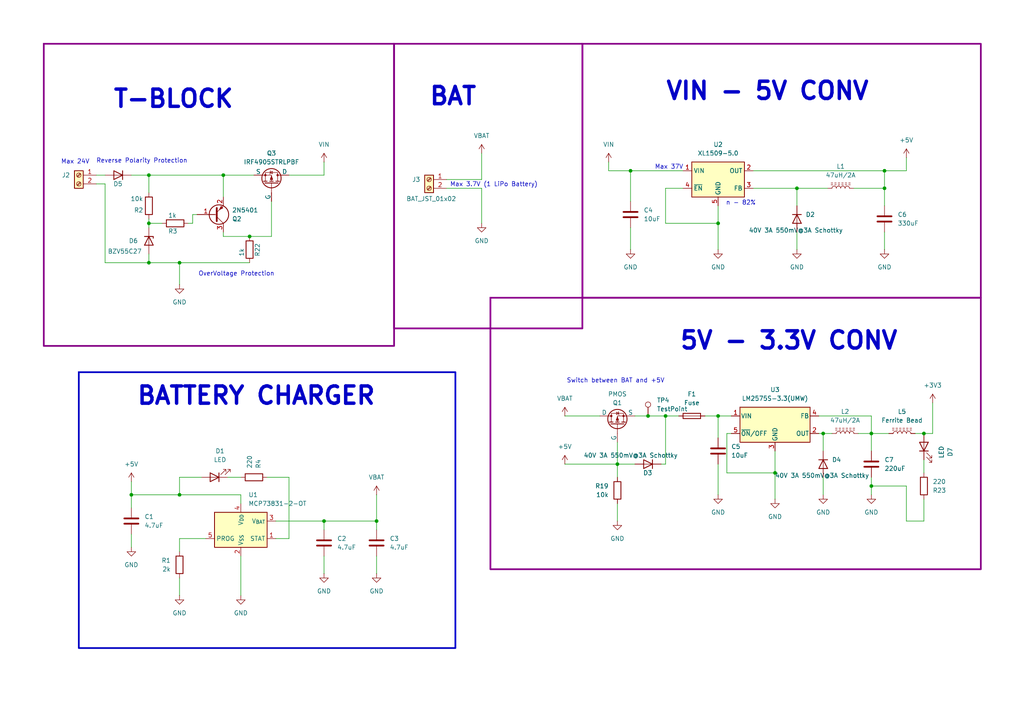
<source format=kicad_sch>
(kicad_sch (version 20231120) (generator "eeschema") (generator_version "8.0")
  (paper "A4")
  (title_block (title "S0 Base Board") (date "2025-02-26") (rev "v0.1.0") (company "Abstract Machines") (comment 1 "Deigned By: Rodney Osodo") (comment 2 "Approved By: Jones Kisaka"))
  (lib_symbols
    (symbol "Battery_Management:MCP73831-2-OT"
      (property "Reference" "U" (at -7.62 6.35 0))
      (property "Value" "MCP73831-2-OT" (at 1.27 6.35 0))
      (symbol "MCP73831-2-OT_0_1"
        (rectangle (start -7.62 5.08) (end 7.62 -5.08) (stroke (width 0.254)) (fill (type background)))
      )
      (symbol "MCP73831-2-OT_1_1"
        (pin tri_state line (at 10.16 -2.54 180) (length 2.54) (name "STAT") (number "1"))
        (pin power_in line (at 0 -7.62 90) (length 2.54) (name "V_{SS}") (number "2"))
        (pin power_out line (at 10.16 2.54 180) (length 2.54) (name "V_{BAT}") (number "3"))
        (pin power_in line (at 0 7.62 270) (length 2.54) (name "V_{DD}") (number "4"))
        (pin input line (at -10.16 -2.54 0) (length 2.54) (name "PROG") (number "5"))
      )
    )
    (symbol "BeagleBone Capes:2N5401" (pin_names (offset 1.016) hide)
      (property "Reference" "Q" (at 5.08 1.905 0))
      (property "Value" "2N5401" (at 5.08 0 0))
      (symbol "2N5401_0_1"
        (polyline (pts (xy 0 0) (xy 0.635 0)))
        (polyline (pts (xy 2.54 -2.54) (xy 0.635 -0.635)))
        (polyline (pts (xy 2.54 2.54) (xy 0.635 0.635)))
        (polyline (pts (xy 0.635 1.905) (xy 0.635 -1.905) (xy 0.635 -1.905)) (stroke (width 0.508)) (fill (type outline)))
        (polyline (pts (xy 1.905 -2.413) (xy 2.413 -1.905) (xy 1.397 -1.397) (xy 1.905 -2.413) (xy 1.905 -2.413)) (fill (type outline)))
        (circle (center 1.27 0) (radius 2.8194) (stroke (width 0.254)))
      )
      (symbol "2N5401_1_1"
        (pin input line (at -5.08 0 0) (length 5.08) (name "B") (number "1"))
        (pin passive line (at 2.54 -5.08 90) (length 2.54) (name "E") (number "2"))
        (pin passive line (at 2.54 5.08 270) (length 2.54) (name "C") (number "3"))
      )
    )
    (symbol "Connector:Screw_Terminal_01x02" (pin_names (offset 1.016) hide)
      (property "Reference" "J" (at 0 2.54 0))
      (property "Value" "Screw_Terminal_01x02" (at 0 -5.08 0))
      (symbol "Screw_Terminal_01x02_1_1"
        (rectangle (start -1.27 1.27) (end 1.27 -3.81) (stroke (width 0.254)) (fill (type background)))
        (circle (center 0 -2.54) (radius 0.635) (stroke (width 0.1524)))
        (polyline (pts (xy -0.5334 -2.2098) (xy 0.3302 -3.048)) (stroke (width 0.1524)))
        (polyline (pts (xy -0.5334 0.3302) (xy 0.3302 -0.508)) (stroke (width 0.1524)))
        (polyline (pts (xy -0.3556 -2.032) (xy 0.508 -2.8702)) (stroke (width 0.1524)))
        (polyline (pts (xy -0.3556 0.508) (xy 0.508 -0.3302)) (stroke (width 0.1524)))
        (circle (center 0 0) (radius 0.635) (stroke (width 0.1524)))
        (pin passive line (at -5.08 0 0) (length 3.81) (name "Pin_1") (number "1"))
        (pin passive line (at -5.08 -2.54 0) (length 3.81) (name "Pin_2") (number "2"))
      )
    )
    (symbol "Connector:TestPoint" (pin_numbers hide) (pin_names (offset 0.762) hide)
      (property "Reference" "TP" (at 0 6.858 0))
      (property "Value" "TestPoint" (at 0 5.08 0))
      (symbol "TestPoint_0_1"
        (circle (center 0 3.302) (radius 0.762))
      )
      (symbol "TestPoint_1_1"
        (pin passive line (at 0 0 90) (length 2.54) (name "1") (number "1"))
      )
    )
    (symbol "Device:C" (pin_numbers hide) (pin_names (offset 0.254))
      (property "Reference" "C" (at 0.635 2.54 0))
      (property "Value" "C" (at 0.635 -2.54 0))
      (symbol "C_0_1"
        (polyline (pts (xy -2.032 -0.762) (xy 2.032 -0.762)) (stroke (width 0.508)))
        (polyline (pts (xy -2.032 0.762) (xy 2.032 0.762)) (stroke (width 0.508)))
      )
      (symbol "C_1_1"
        (pin passive line (at 0 3.81 270) (length 2.794) (name "~") (number "1"))
        (pin passive line (at 0 -3.81 90) (length 2.794) (name "~") (number "2"))
      )
    )
    (symbol "Device:D" (pin_numbers hide) (pin_names (offset 1.016) hide)
      (property "Reference" "D" (at 0 2.54 0))
      (property "Value" "D" (at 0 -2.54 0))
      (symbol "D_0_1"
        (polyline (pts (xy -1.27 1.27) (xy -1.27 -1.27)) (stroke (width 0.254)))
        (polyline (pts (xy 1.27 0) (xy -1.27 0)))
        (polyline (pts (xy 1.27 1.27) (xy 1.27 -1.27) (xy -1.27 0) (xy 1.27 1.27)) (stroke (width 0.254)))
      )
      (symbol "D_1_1"
        (pin passive line (at -3.81 0 0) (length 2.54) (name "K") (number "1"))
        (pin passive line (at 3.81 0 180) (length 2.54) (name "A") (number "2"))
      )
    )
    (symbol "Device:Fuse" (pin_numbers hide) (pin_names (offset 0))
      (property "Reference" "F" (at 2.032 0 90))
      (property "Value" "Fuse" (at -1.905 0 90))
      (symbol "Fuse_0_1"
        (rectangle (start -0.762 -2.54) (end 0.762 2.54) (stroke (width 0.254)))
        (polyline (pts (xy 0 2.54) (xy 0 -2.54)))
      )
      (symbol "Fuse_1_1"
        (pin passive line (at 0 3.81 270) (length 1.27) (name "~") (number "1"))
        (pin passive line (at 0 -3.81 90) (length 1.27) (name "~") (number "2"))
      )
    )
    (symbol "Device:LED" (pin_numbers hide) (pin_names (offset 1.016) hide)
      (property "Reference" "D" (at 0 2.54 0))
      (property "Value" "LED" (at 0 -2.54 0))
      (symbol "LED_0_1"
        (polyline (pts (xy -1.27 -1.27) (xy -1.27 1.27)) (stroke (width 0.254)))
        (polyline (pts (xy -1.27 0) (xy 1.27 0)))
        (polyline (pts (xy 1.27 -1.27) (xy 1.27 1.27) (xy -1.27 0) (xy 1.27 -1.27)) (stroke (width 0.254)))
        (polyline (pts (xy -3.048 -0.762) (xy -4.572 -2.286) (xy -3.81 -2.286) (xy -4.572 -2.286) (xy -4.572 -1.524)))
        (polyline (pts (xy -1.778 -0.762) (xy -3.302 -2.286) (xy -2.54 -2.286) (xy -3.302 -2.286) (xy -3.302 -1.524)))
      )
      (symbol "LED_1_1"
        (pin passive line (at -3.81 0 0) (length 2.54) (name "K") (number "1"))
        (pin passive line (at 3.81 0 180) (length 2.54) (name "A") (number "2"))
      )
    )
    (symbol "Device:L_Ferrite" (pin_numbers hide) (pin_names (offset 1.016) hide)
      (property "Reference" "L" (at -1.27 0 90))
      (property "Value" "L_Ferrite" (at 2.794 0 90))
      (symbol "L_Ferrite_0_1"
        (arc (start 0 -2.54) (mid 0.6323 -1.905) (end 0 -1.27))
        (arc (start 0 -1.27) (mid 0.6323 -0.635) (end 0 0))
        (polyline (pts (xy 1.016 -2.794) (xy 1.016 -2.286)))
        (polyline (pts (xy 1.016 -1.778) (xy 1.016 -1.27)))
        (polyline (pts (xy 1.016 -0.762) (xy 1.016 -0.254)))
        (polyline (pts (xy 1.016 0.254) (xy 1.016 0.762)))
        (polyline (pts (xy 1.016 1.27) (xy 1.016 1.778)))
        (polyline (pts (xy 1.016 2.286) (xy 1.016 2.794)))
        (polyline (pts (xy 1.524 -2.286) (xy 1.524 -2.794)))
        (polyline (pts (xy 1.524 -1.27) (xy 1.524 -1.778)))
        (polyline (pts (xy 1.524 -0.254) (xy 1.524 -0.762)))
        (polyline (pts (xy 1.524 0.762) (xy 1.524 0.254)))
        (polyline (pts (xy 1.524 1.778) (xy 1.524 1.27)))
        (polyline (pts (xy 1.524 2.794) (xy 1.524 2.286)))
        (arc (start 0 0) (mid 0.6323 0.635) (end 0 1.27))
        (arc (start 0 1.27) (mid 0.6323 1.905) (end 0 2.54))
      )
      (symbol "L_Ferrite_1_1"
        (pin passive line (at 0 3.81 270) (length 1.27) (name "1") (number "1"))
        (pin passive line (at 0 -3.81 90) (length 1.27) (name "2") (number "2"))
      )
    )
    (symbol "Device:R" (pin_numbers hide) (pin_names (offset 0))
      (property "Reference" "R" (at 2.032 0 90))
      (property "Value" "R" (at 0 0 90))
      (symbol "R_0_1"
        (rectangle (start -1.016 -2.54) (end 1.016 2.54) (stroke (width 0.254)))
      )
      (symbol "R_1_1"
        (pin passive line (at 0 3.81 270) (length 1.27) (name "~") (number "1"))
        (pin passive line (at 0 -3.81 90) (length 1.27) (name "~") (number "2"))
      )
    )
    (symbol "Diode:BZV55C27" (pin_numbers hide) (pin_names hide)
      (property "Reference" "D" (at 0 2.54 0))
      (property "Value" "BZV55C27" (at 0 -2.54 0))
      (symbol "BZV55C27_0_1"
        (polyline (pts (xy 1.27 0) (xy -1.27 0)))
        (polyline (pts (xy -1.27 -1.27) (xy -1.27 1.27) (xy -0.762 1.27)) (stroke (width 0.254)))
        (polyline (pts (xy 1.27 -1.27) (xy 1.27 1.27) (xy -1.27 0) (xy 1.27 -1.27)) (stroke (width 0.254)))
      )
      (symbol "BZV55C27_1_1"
        (pin passive line (at -3.81 0 0) (length 2.54) (name "K") (number "1"))
        (pin passive line (at 3.81 0 180) (length 2.54) (name "A") (number "2"))
      )
    )
    (symbol "Regulator_Switching:LM2575-3.3BU" (pin_names (offset 0.254))
      (property "Reference" "U" (at -10.16 6.35 0))
      (property "Value" "LM2575-3.3BU" (at 0 6.35 0))
      (symbol "LM2575-3.3BU_0_1"
        (rectangle (start -10.16 5.08) (end 10.16 -5.08) (stroke (width 0.254)) (fill (type background)))
      )
      (symbol "LM2575-3.3BU_1_1"
        (pin power_in line (at -12.7 2.54 0) (length 2.54) (name "VIN") (number "1"))
        (pin output line (at 12.7 -2.54 180) (length 2.54) (name "OUT") (number "2"))
        (pin power_in line (at 0 -7.62 90) (length 2.54) (name "GND") (number "3"))
        (pin input line (at 12.7 2.54 180) (length 2.54) (name "FB") (number "4"))
        (pin input line (at -12.7 -2.54 0) (length 2.54) (name "~{ON}/OFF") (number "5"))
      )
    )
    (symbol "Regulator_Switching:XL1509-5.0"
      (property "Reference" "U" (at -7.112 6.096 0))
      (property "Value" "XL1509-5.0" (at 5.842 6.096 0))
      (symbol "XL1509-5.0_0_1"
        (rectangle (start -7.62 5.08) (end 7.62 -5.08) (stroke (width 0.254)) (fill (type background)))
      )
      (symbol "XL1509-5.0_1_1"
        (pin power_in line (at -10.16 2.54 0) (length 2.54) (name "VIN") (number "1"))
        (pin power_out line (at 10.16 2.54 180) (length 2.54) (name "OUT") (number "2"))
        (pin input line (at 10.16 -2.54 180) (length 2.54) (name "FB") (number "3"))
        (pin input line (at -10.16 -2.54 0) (length 2.54) (name "~{EN}") (number "4"))
        (pin power_in line (at 0 -7.62 90) (length 2.54) (name "GND") (number "5"))
        (pin passive line (at 0 -7.62 90) (length 2.54) hide (name "GND") (number "6"))
        (pin passive line (at 0 -7.62 90) (length 2.54) hide (name "GND") (number "7"))
        (pin passive line (at 0 -7.62 90) (length 2.54) hide (name "GND") (number "8"))
      )
    )
    (symbol "Simulation_SPICE:PMOS" (pin_numbers hide) (pin_names (offset 0))
      (property "Reference" "Q" (at 5.08 1.27 0))
      (property "Value" "PMOS" (at 5.08 -1.27 0))
      (symbol "PMOS_0_1"
        (polyline (pts (xy 0.254 0) (xy -2.54 0)))
        (polyline (pts (xy 0.254 1.905) (xy 0.254 -1.905)) (stroke (width 0.254)))
        (polyline (pts (xy 0.762 -1.27) (xy 0.762 -2.286)) (stroke (width 0.254)))
        (polyline (pts (xy 0.762 0.508) (xy 0.762 -0.508)) (stroke (width 0.254)))
        (polyline (pts (xy 0.762 2.286) (xy 0.762 1.27)) (stroke (width 0.254)))
        (polyline (pts (xy 2.54 2.54) (xy 2.54 1.778)))
        (polyline (pts (xy 2.54 -2.54) (xy 2.54 0) (xy 0.762 0)))
        (polyline (pts (xy 0.762 1.778) (xy 3.302 1.778) (xy 3.302 -1.778) (xy 0.762 -1.778)))
        (polyline (pts (xy 2.286 0) (xy 1.27 0.381) (xy 1.27 -0.381) (xy 2.286 0)) (fill (type outline)))
        (polyline (pts (xy 2.794 -0.508) (xy 2.921 -0.381) (xy 3.683 -0.381) (xy 3.81 -0.254)))
        (polyline (pts (xy 3.302 -0.381) (xy 2.921 0.254) (xy 3.683 0.254) (xy 3.302 -0.381)))
        (circle (center 1.651 0) (radius 2.794) (stroke (width 0.254)))
        (circle (center 2.54 -1.778) (radius 0.254) (fill (type outline)))
        (circle (center 2.54 1.778) (radius 0.254) (fill (type outline)))
      )
      (symbol "PMOS_1_1"
        (pin passive line (at 2.54 5.08 270) (length 2.54) (name "D") (number "1"))
        (pin input line (at -5.08 0 0) (length 2.54) (name "G") (number "2"))
        (pin passive line (at 2.54 -5.08 90) (length 2.54) (name "S") (number "3"))
      )
    )
    (symbol "power:+3V3" (power) (pin_numbers hide) (pin_names (offset 0) hide)
      (property "Value" "+3V3" (at 0 3.556 0))
      (symbol "+3V3_0_1"
        (polyline (pts (xy -0.762 1.27) (xy 0 2.54)))
        (polyline (pts (xy 0 0) (xy 0 2.54)))
        (polyline (pts (xy 0 2.54) (xy 0.762 1.27)))
      )
      (symbol "+3V3_1_1"
        (pin power_in line (at 0 0 90) (length 0) (name "~") (number "1"))
      )
    )
    (symbol "power:+5V" (power) (pin_numbers hide) (pin_names (offset 0) hide)
      (property "Value" "+5V" (at 0 3.556 0))
      (symbol "+5V_0_1"
        (polyline (pts (xy -0.762 1.27) (xy 0 2.54)))
        (polyline (pts (xy 0 0) (xy 0 2.54)))
        (polyline (pts (xy 0 2.54) (xy 0.762 1.27)))
      )
      (symbol "+5V_1_1"
        (pin power_in line (at 0 0 90) (length 0) (name "~") (number "1"))
      )
    )
    (symbol "power:GND" (power) (pin_numbers hide) (pin_names (offset 0) hide)
      (property "Value" "GND" (at 0 -3.81 0))
      (symbol "GND_0_1"
        (polyline (pts (xy 0 0) (xy 0 -1.27) (xy 1.27 -1.27) (xy 0 -2.54) (xy -1.27 -1.27) (xy 0 -1.27)))
      )
      (symbol "GND_1_1"
        (pin power_in line (at 0 0 270) (length 0) (name "~") (number "1"))
      )
    )
    (symbol "power:VCC" (power) (pin_numbers hide) (pin_names (offset 0) hide)
      (property "Value" "VCC" (at 0 3.556 0))
      (symbol "VCC_0_1"
        (polyline (pts (xy -0.762 1.27) (xy 0 2.54)))
        (polyline (pts (xy 0 0) (xy 0 2.54)))
        (polyline (pts (xy 0 2.54) (xy 0.762 1.27)))
      )
      (symbol "VCC_1_1"
        (pin power_in line (at 0 0 90) (length 0) (name "~") (number "1"))
      )
    )
  )
  (junction (at 224.79 137.16))
  (junction (at 43.18 50.8))
  (junction (at 64.77 50.8))
  (junction (at 43.18 64.77))
  (junction (at 93.98 151.13))
  (junction (at 43.18 76.2))
  (junction (at 187.96 120.65))
  (junction (at 179.07 134.62))
  (junction (at 231.14 54.61))
  (junction (at 52.07 76.2))
  (junction (at 52.07 143.51))
  (junction (at 267.97 125.73))
  (junction (at 256.54 49.53))
  (junction (at 109.22 151.13))
  (junction (at 256.54 54.61))
  (junction (at 72.39 68.58))
  (junction (at 252.73 140.97))
  (junction (at 182.88 49.53))
  (junction (at 38.1 143.51))
  (junction (at 238.76 125.73))
  (junction (at 208.28 64.77))
  (junction (at 208.28 120.65))
  (junction (at 193.04 120.65))
  (junction (at 252.73 125.73))
  (wire (pts (xy 252.73 140.97) (xy 252.73 143.51)))
  (wire (pts (xy 208.28 127) (xy 208.28 120.65)))
  (wire (pts (xy 208.28 120.65) (xy 212.09 120.65)))
  (wire (pts (xy 72.39 76.2) (xy 52.07 76.2)))
  (wire (pts (xy 59.69 156.21) (xy 52.07 156.21)))
  (wire (pts (xy 237.49 120.65) (xy 252.73 120.65)))
  (wire (pts (xy 208.28 64.77) (xy 208.28 59.69)))
  (wire (pts (xy 93.98 151.13) (xy 109.22 151.13)))
  (wire (pts (xy 93.98 161.29) (xy 93.98 166.37)))
  (wire (pts (xy 204.47 120.65) (xy 208.28 120.65)))
  (wire (pts (xy 27.94 53.34) (xy 30.48 53.34)))
  (wire (pts (xy 184.15 134.62) (xy 179.07 134.62)))
  (wire (pts (xy 267.97 125.73) (xy 270.51 125.73)))
  (wire (pts (xy 43.18 73.66) (xy 43.18 76.2)))
  (wire (pts (xy 163.83 120.65) (xy 173.99 120.65)))
  (wire (pts (xy 109.22 151.13) (xy 109.22 153.67)))
  (wire (pts (xy 38.1 50.8) (xy 43.18 50.8)))
  (wire (pts (xy 27.94 50.8) (xy 30.48 50.8)))
  (wire (pts (xy 182.88 66.04) (xy 182.88 72.39)))
  (wire (pts (xy 139.7 52.07) (xy 139.7 44.45)))
  (wire (pts (xy 83.82 50.8) (xy 93.98 50.8)))
  (wire (pts (xy 262.89 151.13) (xy 262.89 140.97)))
  (wire (pts (xy 43.18 50.8) (xy 64.77 50.8)))
  (wire (pts (xy 43.18 76.2) (xy 30.48 76.2)))
  (wire (pts (xy 267.97 133.35) (xy 267.97 137.16)))
  (wire (pts (xy 69.85 161.29) (xy 69.85 172.72)))
  (wire (pts (xy 210.82 125.73) (xy 212.09 125.73)))
  (wire (pts (xy 179.07 146.05) (xy 179.07 151.13)))
  (wire (pts (xy 262.89 49.53) (xy 256.54 49.53)))
  (wire (pts (xy 193.04 120.65) (xy 193.04 134.62)))
  (wire (pts (xy 184.15 120.65) (xy 187.96 120.65)))
  (wire (pts (xy 198.12 54.61) (xy 193.04 54.61)))
  (wire (pts (xy 237.49 125.73) (xy 238.76 125.73)))
  (wire (pts (xy 252.73 138.43) (xy 252.73 140.97)))
  (wire (pts (xy 270.51 116.84) (xy 270.51 125.73)))
  (wire (pts (xy 176.53 49.53) (xy 182.88 49.53)))
  (wire (pts (xy 238.76 138.43) (xy 238.76 143.51)))
  (wire (pts (xy 176.53 46.99) (xy 176.53 49.53)))
  (wire (pts (xy 64.77 50.8) (xy 73.66 50.8)))
  (wire (pts (xy 55.88 62.23) (xy 55.88 64.77)))
  (wire (pts (xy 64.77 67.31) (xy 64.77 68.58)))
  (wire (pts (xy 52.07 138.43) (xy 52.07 143.51)))
  (wire (pts (xy 43.18 64.77) (xy 46.99 64.77)))
  (wire (pts (xy 139.7 54.61) (xy 139.7 64.77)))
  (wire (pts (xy 218.44 49.53) (xy 256.54 49.53)))
  (wire (pts (xy 262.89 45.72) (xy 262.89 49.53)))
  (wire (pts (xy 193.04 134.62) (xy 191.77 134.62)))
  (wire (pts (xy 30.48 53.34) (xy 30.48 76.2)))
  (wire (pts (xy 64.77 50.8) (xy 64.77 57.15)))
  (wire (pts (xy 93.98 50.8) (xy 93.98 46.99)))
  (wire (pts (xy 55.88 64.77) (xy 54.61 64.77)))
  (wire (pts (xy 129.54 52.07) (xy 139.7 52.07)))
  (wire (pts (xy 247.65 54.61) (xy 256.54 54.61)))
  (wire (pts (xy 182.88 58.42) (xy 182.88 49.53)))
  (wire (pts (xy 248.92 125.73) (xy 252.73 125.73)))
  (wire (pts (xy 210.82 125.73) (xy 210.82 137.16)))
  (wire (pts (xy 109.22 161.29) (xy 109.22 166.37)))
  (wire (pts (xy 179.07 134.62) (xy 179.07 138.43)))
  (wire (pts (xy 80.01 151.13) (xy 93.98 151.13)))
  (wire (pts (xy 256.54 54.61) (xy 256.54 59.69)))
  (wire (pts (xy 43.18 64.77) (xy 43.18 66.04)))
  (wire (pts (xy 262.89 140.97) (xy 252.73 140.97)))
  (wire (pts (xy 52.07 143.51) (xy 69.85 143.51)))
  (wire (pts (xy 224.79 137.16) (xy 224.79 144.78)))
  (wire (pts (xy 182.88 49.53) (xy 198.12 49.53)))
  (wire (pts (xy 231.14 54.61) (xy 231.14 59.69)))
  (wire (pts (xy 179.07 134.62) (xy 179.07 128.27)))
  (wire (pts (xy 38.1 147.32) (xy 38.1 143.51)))
  (wire (pts (xy 77.47 138.43) (xy 83.82 138.43)))
  (wire (pts (xy 208.28 134.62) (xy 208.28 143.51)))
  (wire (pts (xy 52.07 76.2) (xy 52.07 82.55)))
  (wire (pts (xy 52.07 76.2) (xy 43.18 76.2)))
  (wire (pts (xy 38.1 143.51) (xy 52.07 143.51)))
  (wire (pts (xy 193.04 120.65) (xy 196.85 120.65)))
  (wire (pts (xy 129.54 54.61) (xy 139.7 54.61)))
  (wire (pts (xy 52.07 167.64) (xy 52.07 172.72)))
  (wire (pts (xy 66.04 138.43) (xy 69.85 138.43)))
  (wire (pts (xy 52.07 156.21) (xy 52.07 160.02)))
  (wire (pts (xy 72.39 68.58) (xy 78.74 68.58)))
  (wire (pts (xy 83.82 138.43) (xy 83.82 156.21)))
  (wire (pts (xy 64.77 68.58) (xy 72.39 68.58)))
  (wire (pts (xy 267.97 151.13) (xy 262.89 151.13)))
  (wire (pts (xy 256.54 67.31) (xy 256.54 72.39)))
  (wire (pts (xy 193.04 64.77) (xy 208.28 64.77)))
  (wire (pts (xy 193.04 54.61) (xy 193.04 64.77)))
  (wire (pts (xy 267.97 144.78) (xy 267.97 151.13)))
  (wire (pts (xy 43.18 50.8) (xy 43.18 55.88)))
  (wire (pts (xy 231.14 54.61) (xy 240.03 54.61)))
  (wire (pts (xy 252.73 125.73) (xy 252.73 130.81)))
  (wire (pts (xy 231.14 67.31) (xy 231.14 72.39)))
  (wire (pts (xy 38.1 139.7) (xy 38.1 143.51)))
  (wire (pts (xy 210.82 137.16) (xy 224.79 137.16)))
  (wire (pts (xy 163.83 134.62) (xy 179.07 134.62)))
  (wire (pts (xy 109.22 143.51) (xy 109.22 151.13)))
  (wire (pts (xy 252.73 120.65) (xy 252.73 125.73)))
  (wire (pts (xy 187.96 120.65) (xy 193.04 120.65)))
  (wire (pts (xy 252.73 125.73) (xy 257.81 125.73)))
  (wire (pts (xy 238.76 125.73) (xy 241.3 125.73)))
  (wire (pts (xy 208.28 64.77) (xy 208.28 72.39)))
  (wire (pts (xy 55.88 62.23) (xy 57.15 62.23)))
  (wire (pts (xy 224.79 130.81) (xy 224.79 137.16)))
  (wire (pts (xy 38.1 154.94) (xy 38.1 158.75)))
  (wire (pts (xy 83.82 156.21) (xy 80.01 156.21)))
  (wire (pts (xy 58.42 138.43) (xy 52.07 138.43)))
  (wire (pts (xy 43.18 63.5) (xy 43.18 64.77)))
  (wire (pts (xy 265.43 125.73) (xy 267.97 125.73)))
  (wire (pts (xy 93.98 151.13) (xy 93.98 153.67)))
  (wire (pts (xy 238.76 125.73) (xy 238.76 130.81)))
  (wire (pts (xy 78.74 58.42) (xy 78.74 68.58)))
  (wire (pts (xy 69.85 143.51) (xy 69.85 146.05)))
  (wire (pts (xy 218.44 54.61) (xy 231.14 54.61)))
  (wire (pts (xy 256.54 49.53) (xy 256.54 54.61)))
  (rectangle (start 114.3 12.7) (end 168.91 95.25) (stroke (width 0.5) (color 132 0 132 1)))
  (rectangle (start 12.7 12.7) (end 114.3 100.33) (stroke (width 0.5) (color 132 0 132 1)))
  (rectangle (start 168.91 12.7) (end 284.48 86.36) (stroke (width 0.5) (color 132 0 132 1)))
  (rectangle (start 22.86 107.95) (end 132.08 187.96) (stroke (width 0.5)))
  (rectangle (start 142.24 86.36) (end 284.48 165.1) (stroke (width 0.5) (color 132 0 132 1)))
  (text "T-BLOCK" (at 32.512 31.75 0) (effects (font (size 5 5) (thickness 1) (bold yes)) (justify left bottom)))
  (text "Reverse Polarity Protection" (at 41.148 46.736 0) (effects (font (size 1.27 1.27))))
  (text "Max 3.7V (1 LiPo Battery)" (at 143.256 53.594 0) (effects (font (size 1.27 1.27))))
  (text "Max 24V\n" (at 21.844 46.99 0) (effects (font (size 1.27 1.27))))
  (text "VIN - 5V CONV" (at 192.786 29.464 0) (effects (font (size 5 5) (thickness 1) (bold yes)) (justify left bottom)))
  (text "BAT" (at 124.206 30.988 0) (effects (font (size 5 5) (thickness 1) (bold yes)) (justify left bottom)))
  (text "BATTERY CHARGER" (at 39.37 117.856 0) (effects (font (size 5 5) (thickness 1) (bold yes)) (justify left bottom)))
  (text "Switch between BAT and +5V" (at 178.562 110.49 0) (effects (font (size 1.27 1.27))))
  (text "5V - 3.3V CONV" (at 196.85 101.854 0) (effects (font (size 5 5) (thickness 1) (bold yes)) (justify left bottom)))
  (text "Max 37V" (at 194.056 48.514 0) (effects (font (size 1.27 1.27))))
  (text "n - 82%" (at 214.884 58.928 0) (effects (font (size 1.27 1.27))))
  (text "OverVoltage Protection" (at 68.58 79.502 0) (effects (font (size 1.27 1.27))))
  (symbol (lib_id "Device:R") (at 52.07 163.83 0) (mirror x) (unit 1)
    (property "Reference" "R1" (at 49.53 162.5599 0) (effects (justify right)))
    (property "Value" "2k" (at 49.53 165.0999 0) (effects (justify right)))
    (property "Footprint" "Resistor_SMD:R_0402_1005Metric" (effects (hide yes)))
    (property "Description" "Resistor" (effects (hide yes)))
    (property "JLCPCB" "C4109" (effects (hide yes)))
  )
  (symbol (lib_id "Device:LED") (at 62.23 138.43 180) (unit 1)
    (property "Reference" "D1" (at 63.8175 130.81 0))
    (property "Value" "LED" (at 63.8175 133.35 0))
    (property "Footprint" "LED_SMD:LED_0603_1608Metric" (effects (hide yes)))
    (property "Description" "Light emitting diode" (effects (hide yes)))
    (property "JLCPCB" "C6848499" (effects (hide yes)))
  )
  (symbol (lib_id "power:GND") (at 179.07 151.13 0) (unit 1)
    (property "Reference" "#PWR057" (effects (hide yes)))
    (property "Value" "GND" (at 179.07 156.21 0))
    (property "Description" "Power symbol creates a global label with name \"GND\" , ground" (effects (hide yes)))
  )
  (symbol (lib_id "power:+5V") (at 163.83 134.62 0) (unit 1)
    (property "Reference" "#PWR055" (effects (hide yes)))
    (property "Value" "+5V" (at 163.83 129.54 0))
    (property "Description" "Power symbol creates a global label with name \"+5V\"" (effects (hide yes)))
  )
  (symbol (lib_id "power:GND") (at 52.07 82.55 0) (unit 1)
    (property "Reference" "#PWR031" (effects (hide yes)))
    (property "Value" "GND" (at 52.07 87.63 0))
    (property "Description" "Power symbol creates a global label with name \"GND\" , ground" (effects (hide yes)))
  )
  (symbol (lib_id "Device:R") (at 72.39 72.39 0) (mirror x) (unit 1)
    (property "Reference" "R22" (at 74.676 74.422 90) (effects (justify right)))
    (property "Value" "1k" (at 70.104 74.422 90) (effects (justify right)))
    (property "Footprint" "Resistor_SMD:R_0402_1005Metric" (effects (hide yes)))
    (property "Description" "62.5mW Thick Film Resistors 50V ±100ppm/℃ ±5% 10kΩ 0402 Chip Resistor - Surface Mount ROHS" (effects (hide yes)))
    (property "JLCPCB" "C11702" (effects (hide yes)))
  )
  (symbol (lib_id "Diode:BZV55C27") (at 43.18 69.85 270) (unit 1)
    (property "Reference" "D6" (at 37.338 69.85 90) (effects (justify left)))
    (property "Value" "BZV55C27" (at 31.242 72.898 90) (effects (justify left)))
    (property "Footprint" "Diode_SMD:D_MiniMELF" (effects (hide yes)))
    (property "Datasheet" "https://assets.nexperia.com/documents/data-sheet/BZV55_SER.pdf" (effects (hide yes)))
    (property "Description" "27V, 500mW, 5%, Zener diode, MiniMELF" (effects (hide yes)))
    (property "JLCPCB" "C545374" (effects (hide yes)))
  )
  (symbol (lib_id "Device:C") (at 256.54 63.5 0) (unit 1)
    (property "Reference" "C6" (at 260.35 62.2299 0) (effects (justify left)))
    (property "Value" "330uF" (at 260.35 64.7699 0) (effects (justify left)))
    (property "Footprint" "Capacitor_SMD:C_1206_3216Metric" (effects (hide yes)))
    (property "Description" "330uF 25V ±20% SMD,D8xL10.2mm Aluminum Electrolytic Capacitors - SMD ROHS" (effects (hide yes)))
    (property "JLCPCB" "C74593" (effects (hide yes)))
  )
  (symbol (lib_id "Device:C") (at 252.73 134.62 0) (unit 1)
    (property "Reference" "C7" (at 256.54 133.3499 0) (effects (justify left)))
    (property "Value" "220uF" (at 256.54 135.8899 0) (effects (justify left)))
    (property "Footprint" "Capacitor_SMD:C_1206_3216Metric" (effects (hide yes)))
    (property "Description" "6.3V 220uF X5R ±20% 1206 Multilayer Ceramic Capacitors MLCC - SMD/SMT ROHS" (effects (hide yes)))
    (property "JLCPCB" "C412252" (effects (hide yes)))
  )
  (symbol (lib_id "Device:C") (at 208.28 130.81 0) (unit 1)
    (property "Reference" "C5" (at 212.09 129.5399 0) (effects (justify left)))
    (property "Value" "10uF" (at 212.09 132.0799 0) (effects (justify left)))
    (property "Footprint" "Capacitor_SMD:C_0805_2012Metric" (effects (hide yes)))
    (property "Description" "25V 10uF X5R ±10% 0805 Multilayer Ceramic Capacitors MLCC - SMD/SMT ROHS" (effects (hide yes)))
    (property "JLCPCB" "C15850" (effects (hide yes)))
  )
  (symbol (lib_id "power:GND") (at 93.98 166.37 0) (unit 1)
    (property "Reference" "#PWR045" (effects (hide yes)))
    (property "Value" "GND" (at 93.98 171.45 0))
    (property "Description" "Power symbol creates a global label with name \"GND\" , ground" (effects (hide yes)))
  )
  (symbol (lib_id "power:GND") (at 238.76 143.51 0) (unit 1)
    (property "Reference" "#PWR032" (effects (hide yes)))
    (property "Value" "GND" (at 238.76 148.59 0))
    (property "Description" "Power symbol creates a global label with name \"GND\" , ground" (effects (hide yes)))
  )
  (symbol (lib_id "Device:C") (at 182.88 62.23 0) (unit 1)
    (property "Reference" "C4" (at 186.69 60.9599 0) (effects (justify left)))
    (property "Value" "10uF" (at 186.69 63.4999 0) (effects (justify left)))
    (property "Footprint" "Capacitor_SMD:C_0805_2012Metric" (effects (hide yes)))
    (property "Description" "10uF 63V ±20% SMD,D6.3xL5.4mm Aluminum Electrolytic Capacitors - SMD ROHS" (effects (hide yes)))
    (property "JLCPCB" "C15850" (effects (hide yes)))
  )
  (symbol (lib_id "Simulation_SPICE:PMOS") (at 179.07 123.19 90) (unit 1)
    (property "Reference" "Q1" (at 179.07 116.84 90))
    (property "Value" "PMOS" (at 179.07 114.3 90))
    (property "Footprint" "Package_TO_SOT_SMD:SOT-23" (effects (hide yes)))
    (property "Datasheet" "https://ngspice.sourceforge.io/docs/ngspice-html-manual/manual.xhtml#cha_MOSFETs" (effects (hide yes)))
    (property "Description" "P-MOSFET transistor, drain/source/gate" (effects (hide yes)))
    (property "Sim.Device" "PMOS" (effects (hide yes)))
    (property "Sim.Type" "VDMOS" (effects (hide yes)))
    (property "Sim.Pins" "1=D 2=G 3=S" (effects (hide yes)))
    (property "JLCPCB" "C10487" (effects (hide yes)))
  )
  (symbol (lib_id "Simulation_SPICE:PMOS") (at 78.74 53.34 270) (mirror x) (unit 1)
    (property "Reference" "Q3" (at 78.74 44.45 90))
    (property "Value" "IRF4905STRLPBF" (at 78.74 46.99 90))
    (property "Footprint" "Module:TRANS_IRF3205S" (effects (hide yes)))
    (property "Datasheet" "https://ngspice.sourceforge.io/docs/ngspice-html-manual/manual.xhtml#cha_MOSFETs" (effects (hide yes)))
    (property "Description" "P-MOSFET transistor, drain/source/gate" (effects (hide yes)))
    (property "Sim.Device" "PMOS" (effects (hide yes)))
    (property "Sim.Type" "VDMOS" (effects (hide yes)))
    (property "Sim.Pins" "1=D 2=G 3=S" (effects (hide yes)))
    (property "JLCPCB" "C2620" (effects (hide yes)))
  )
  (symbol (lib_id "Device:C") (at 93.98 157.48 0) (unit 1)
    (property "Reference" "C2" (at 97.79 156.2099 0) (effects (justify left)))
    (property "Value" "4.7uF" (at 97.79 158.7499 0) (effects (justify left)))
    (property "Footprint" "Capacitor_SMD:C_0603_1608Metric" (effects (hide yes)))
    (property "Description" "16V 4.7uF X5R ±10% 0603 Multilayer Ceramic Capacitors MLCC - SMD/SMT ROHS" (effects (hide yes)))
    (property "JLCPCB" "C19666" (effects (hide yes)))
  )
  (symbol (lib_id "Device:Fuse") (at 200.66 120.65 90) (unit 1)
    (property "Reference" "F1" (at 200.66 114.3 90))
    (property "Value" "Fuse" (at 200.66 116.84 90))
    (property "Footprint" "Module:FUSC3115X66N" (effects (hide yes)))
    (property "Datasheet" "https://jlcpcb.com/api/file/downloadByFileSystemAccessId/8579711421158121472" (effects (hide yes)))
    (property "Description" "Fuse" (effects (hide yes)))
    (property "JLCPCB" "C3105" (effects (hide yes)))
  )
  (symbol (lib_id "Regulator_Switching:XL1509-5.0") (at 208.28 52.07 0) (unit 1)
    (property "Reference" "U2" (at 208.28 41.91 0))
    (property "Value" "XL1509-5.0" (at 208.28 44.45 0))
    (property "Footprint" "Package_SO:SOIC-8_3.9x4.9mm_P1.27mm" (effects (hide yes)))
    (property "Datasheet" "https://datasheet.lcsc.com/lcsc/1809050422_XLSEMI-XL1509-5-0E1_C61063.pdf" (effects (hide yes)))
    (property "Description" "Buck DC/DC Converter, 2A, 5V Output Voltage, 7-40V Input Voltage" (effects (hide yes)))
    (property "JLCPCB" "C61063" (effects (hide yes)))
  )
  (symbol (lib_id "Device:C") (at 109.22 157.48 0) (unit 1)
    (property "Reference" "C3" (at 113.03 156.2099 0) (effects (justify left)))
    (property "Value" "4.7uF" (at 113.03 158.7499 0) (effects (justify left)))
    (property "Footprint" "Capacitor_SMD:C_0603_1608Metric" (effects (hide yes)))
    (property "Description" "16V 4.7uF X5R ±10% 0603 Multilayer Ceramic Capacitors MLCC - SMD/SMT ROHS" (effects (hide yes)))
    (property "JLCPCB" "C19666" (effects (hide yes)))
  )
  (symbol (lib_id "power:GND") (at 208.28 72.39 0) (unit 1)
    (property "Reference" "#PWR040" (effects (hide yes)))
    (property "Value" "GND" (at 208.28 77.47 0))
    (property "Description" "Power symbol creates a global label with name \"GND\" , ground" (effects (hide yes)))
  )
  (symbol (lib_id "Device:D") (at 187.96 134.62 180) (unit 1)
    (property "Reference" "D3" (at 189.2301 137.16 0) (effects (justify left)))
    (property "Value" "40V 3A 550mV@3A Schottky" (at 196.596 132.08 0) (effects (justify left)))
    (property "Footprint" "Diode_SMD:D_SMA-SMB_Universal_Handsoldering" (effects (hide yes)))
    (property "Description" "Diode" (effects (hide yes)))
    (property "Sim.Device" "D" (effects (hide yes)))
    (property "Sim.Pins" "1=K 2=A" (effects (hide yes)))
    (property "JLCPCB" "C8678" (effects (hide yes)))
  )
  (symbol (lib_id "power:+5V") (at 262.89 45.72 0) (unit 1)
    (property "Reference" "#PWR043" (effects (hide yes)))
    (property "Value" "+5V" (at 262.89 40.64 0))
    (property "Description" "Power symbol creates a global label with name \"+5V\"" (effects (hide yes)))
  )
  (symbol (lib_id "power:+5V") (at 38.1 139.7 0) (unit 1)
    (property "Reference" "#PWR048" (effects (hide yes)))
    (property "Value" "+5V" (at 38.1 134.62 0))
    (property "Description" "Power symbol creates a global label with name \"+5V\"" (effects (hide yes)))
  )
  (symbol (lib_id "Connector:Screw_Terminal_01x02") (at 22.86 50.8 0) (mirror y) (unit 1)
    (property "Reference" "J2" (at 20.32 50.7999 0) (effects (justify left)))
    (property "Value" "Screw_Terminal_01x02" (effects (hide yes)))
    (property "Footprint" "TerminalBlock:TerminalBlock_MaiXu_MX126-5.0-02P_1x02_P5.00mm" (effects (hide yes)))
    (property "Description" "Generic screw terminal, single row, 01x02, script generated (kicad-library-utils/schlib/autogen/connector/)" (effects (hide yes)))
    (property "JLCPCB" "C8404" (effects (hide yes)))
  )
  (symbol (lib_id "Connector:TestPoint") (at 187.96 120.65 0) (unit 1) (in_bom no)
    (property "Reference" "TP4" (at 190.5 116.0779 0) (effects (justify left)))
    (property "Value" "TestPoint" (at 190.5 118.6179 0) (effects (justify left)))
    (property "Footprint" "TestPoint:TestPoint_Pad_D1.0mm" (effects (hide yes)))
    (property "Description" "test point" (effects (hide yes)))
  )
  (symbol (lib_id "power:GND") (at 69.85 172.72 0) (unit 1)
    (property "Reference" "#PWR050" (effects (hide yes)))
    (property "Value" "GND" (at 69.85 177.8 0))
    (property "Description" "Power symbol creates a global label with name \"GND\" , ground" (effects (hide yes)))
  )
  (symbol (lib_id "power:VCC") (at 176.53 46.99 0) (unit 1)
    (property "Reference" "#PWR036" (effects (hide yes)))
    (property "Value" "VIN" (at 176.53 41.91 0))
    (property "Description" "Power symbol creates a global label with name \"VCC\"" (effects (hide yes)))
  )
  (symbol (lib_id "Device:R") (at 43.18 59.69 0) (mirror y) (unit 1)
    (property "Reference" "R2" (at 38.862 60.96 0) (effects (justify right)))
    (property "Value" "10k" (at 37.846 57.658 0) (effects (justify right)))
    (property "Footprint" "Resistor_SMD:R_0402_1005Metric" (effects (hide yes)))
    (property "Description" "62.5mW Thick Film Resistors 50V ±100ppm/℃ ±5% 10kΩ 0402 Chip Resistor - Surface Mount ROHS" (effects (hide yes)))
    (property "JLCPCB" "C25744" (effects (hide yes)))
  )
  (symbol (lib_id "Regulator_Switching:LM2575-3.3BU") (at 224.79 123.19 0) (unit 1)
    (property "Reference" "U3" (at 224.79 113.03 0))
    (property "Value" "LM2575S-3.3(UMW)" (at 224.79 115.57 0))
    (property "Footprint" "Package_TO_SOT_SMD:TO-263-5_TabPin3" (effects (hide yes)))
    (property "Datasheet" "http://ww1.microchip.com/downloads/en/DeviceDoc/lm2575.pdf" (effects (hide yes)))
    (property "Description" "Fixed 3.3V 52kHz Simple 1A Buck Regulator, TO-263" (effects (hide yes)))
    (property "JLCPCB" "C347404" (effects (hide yes)))
  )
  (symbol (lib_id "Device:LED") (at 267.97 129.54 90) (unit 1)
    (property "Reference" "D7" (at 275.59 131.1275 0))
    (property "Value" "LED" (at 273.05 131.1275 0))
    (property "Footprint" "LED_SMD:LED_0603_1608Metric" (effects (hide yes)))
    (property "Description" "Light emitting diode" (effects (hide yes)))
    (property "JLCPCB" "C6848499" (effects (hide yes)))
  )
  (symbol (lib_id "power:GND") (at 38.1 158.75 0) (unit 1)
    (property "Reference" "#PWR047" (effects (hide yes)))
    (property "Value" "GND" (at 38.1 163.83 0))
    (property "Description" "Power symbol creates a global label with name \"GND\" , ground" (effects (hide yes)))
  )
  (symbol (lib_id "power:GND") (at 208.28 143.51 0) (unit 1)
    (property "Reference" "#PWR034" (effects (hide yes)))
    (property "Value" "GND" (at 208.28 148.59 0))
    (property "Description" "Power symbol creates a global label with name \"GND\" , ground" (effects (hide yes)))
  )
  (symbol (lib_id "Device:D") (at 231.14 63.5 270) (unit 1)
    (property "Reference" "D2" (at 233.68 62.2299 90) (effects (justify left)))
    (property "Value" "40V 3A 550mV@3A Schottky" (at 217.17 66.802 90) (effects (justify left)))
    (property "Footprint" "Diode_SMD:D_SMA-SMB_Universal_Handsoldering" (effects (hide yes)))
    (property "Description" "Diode" (effects (hide yes)))
    (property "Sim.Device" "D" (effects (hide yes)))
    (property "Sim.Pins" "1=K 2=A" (effects (hide yes)))
    (property "JLCPCB" "C8678" (effects (hide yes)))
  )
  (symbol (lib_id "Device:R") (at 73.66 138.43 90) (mirror x) (unit 1)
    (property "Reference" "R4" (at 74.9301 135.89 0) (effects (justify right)))
    (property "Value" "220" (at 72.3901 135.89 0) (effects (justify right)))
    (property "Footprint" "Resistor_SMD:R_0402_1005Metric" (effects (hide yes)))
    (property "Description" "Resistor" (effects (hide yes)))
    (property "JLCPCB" "C1111" (effects (hide yes)))
  )
  (symbol (lib_id "Device:D") (at 238.76 134.62 270) (unit 1)
    (property "Reference" "D4" (at 241.3 133.3499 90) (effects (justify left)))
    (property "Value" "40V 3A 550mV@3A Schottky" (at 224.79 137.922 90) (effects (justify left)))
    (property "Footprint" "Diode_SMD:D_SMA-SMB_Universal_Handsoldering" (effects (hide yes)))
    (property "Description" "Diode" (effects (hide yes)))
    (property "Sim.Device" "D" (effects (hide yes)))
    (property "Sim.Pins" "1=K 2=A" (effects (hide yes)))
    (property "JLCPCB" "C8678" (effects (hide yes)))
  )
  (symbol (lib_id "Device:L_Ferrite") (at 261.62 125.73 90) (unit 1)
    (property "Reference" "L5" (at 261.62 119.38 90))
    (property "Value" "Ferrite Bead" (at 261.62 121.92 90))
    (property "Footprint" "Module:BEADC3216X130N" (effects (hide yes)))
    (property "Description" "Inductor with ferrite core" (effects (hide yes)))
    (property "JLCPCB" "C668306" (effects (hide yes)))
  )
  (symbol (lib_id "power:VCC") (at 93.98 46.99 0) (unit 1)
    (property "Reference" "#PWR061" (effects (hide yes)))
    (property "Value" "VIN" (at 93.98 41.91 0))
    (property "Description" "Power symbol creates a global label with name \"VCC\"" (effects (hide yes)))
  )
  (symbol (lib_id "Connector:Screw_Terminal_01x02") (at 124.46 52.07 0) (mirror y) (unit 1)
    (property "Reference" "J3" (at 121.92 52.0699 0) (effects (justify left)))
    (property "Value" "BAT_JST_01x02" (at 132.334 57.658 0) (effects (justify left)))
    (property "Footprint" "Connector_JST:JST_EH_B2B-EH-A_1x02_P2.50mm_Vertical" (effects (hide yes)))
    (property "Description" "Generic screw terminal, single row, 01x02, script generated (kicad-library-utils/schlib/autogen/connector/)" (effects (hide yes)))
    (property "JLCPCB" "C20079" (effects (hide yes)))
  )
  (symbol (lib_id "Device:R") (at 50.8 64.77 90) (mirror x) (unit 1)
    (property "Reference" "R3" (at 48.768 67.056 90) (effects (justify right)))
    (property "Value" "1k" (at 48.768 62.484 90) (effects (justify right)))
    (property "Footprint" "Resistor_SMD:R_0402_1005Metric" (effects (hide yes)))
    (property "Description" "62.5mW Thick Film Resistors 50V ±100ppm/℃ ±5% 10kΩ 0402 Chip Resistor - Surface Mount ROHS" (effects (hide yes)))
    (property "JLCPCB" "C11702" (effects (hide yes)))
  )
  (symbol (lib_id "power:VCC") (at 109.22 143.51 0) (unit 1)
    (property "Reference" "#PWR049" (effects (hide yes)))
    (property "Value" "VBAT" (at 109.22 138.43 0))
    (property "Description" "Power symbol creates a global label with name \"VCC\"" (effects (hide yes)))
  )
  (symbol (lib_id "Device:C") (at 38.1 151.13 0) (unit 1)
    (property "Reference" "C1" (at 41.91 149.8599 0) (effects (justify left)))
    (property "Value" "4.7uF" (at 41.91 152.3999 0) (effects (justify left)))
    (property "Footprint" "Capacitor_SMD:C_0603_1608Metric" (effects (hide yes)))
    (property "Description" "16V 4.7uF X5R ±10% 0603 Multilayer Ceramic Capacitors MLCC - SMD/SMT ROHS" (effects (hide yes)))
    (property "JLCPCB" "C19666" (effects (hide yes)))
  )
  (symbol (lib_id "power:GND") (at 182.88 72.39 0) (unit 1)
    (property "Reference" "#PWR039" (effects (hide yes)))
    (property "Value" "GND" (at 182.88 77.47 0))
    (property "Description" "Power symbol creates a global label with name \"GND\" , ground" (effects (hide yes)))
  )
  (symbol (lib_id "power:GND") (at 52.07 172.72 0) (unit 1)
    (property "Reference" "#PWR044" (effects (hide yes)))
    (property "Value" "GND" (at 52.07 177.8 0))
    (property "Description" "Power symbol creates a global label with name \"GND\" , ground" (effects (hide yes)))
  )
  (symbol (lib_id "power:GND") (at 109.22 166.37 0) (unit 1)
    (property "Reference" "#PWR046" (effects (hide yes)))
    (property "Value" "GND" (at 109.22 171.45 0))
    (property "Description" "Power symbol creates a global label with name \"GND\" , ground" (effects (hide yes)))
  )
  (symbol (lib_id "Device:D") (at 34.29 50.8 180) (unit 1)
    (property "Reference" "D5" (at 35.5601 53.34 0) (effects (justify left)))
    (property "Value" "40V 3A 550mV@3A Schottky" (effects (hide yes)))
    (property "Footprint" "Diode_SMD:D_SMA-SMB_Universal_Handsoldering" (effects (hide yes)))
    (property "Description" "40V 3A 550mV@3A Schottky" (effects (hide yes)))
    (property "Sim.Device" "D" (effects (hide yes)))
    (property "Sim.Pins" "1=K 2=A" (effects (hide yes)))
    (property "JLCPCB" "C8678" (effects (hide yes)))
  )
  (symbol (lib_id "power:GND") (at 252.73 143.51 0) (unit 1)
    (property "Reference" "#PWR033" (effects (hide yes)))
    (property "Value" "GND" (at 252.73 148.59 0))
    (property "Description" "Power symbol creates a global label with name \"GND\" , ground" (effects (hide yes)))
  )
  (symbol (lib_id "Device:L_Ferrite") (at 245.11 125.73 90) (unit 1)
    (property "Reference" "L2" (at 245.11 119.38 90))
    (property "Value" "47uH/2A" (at 245.11 121.92 90))
    (property "Footprint" "Inductor_SMD:L_Chilisin_BMRB00060624" (effects (hide yes)))
    (property "Description" "Inductor with ferrite core" (effects (hide yes)))
    (property "JLCPCB" "C5189938" (effects (hide yes)))
  )
  (symbol (lib_id "power:GND") (at 231.14 72.39 0) (unit 1)
    (property "Reference" "#PWR041" (effects (hide yes)))
    (property "Value" "GND" (at 231.14 77.47 0))
    (property "Description" "Power symbol creates a global label with name \"GND\" , ground" (effects (hide yes)))
  )
  (symbol (lib_id "power:VCC") (at 163.83 120.65 0) (unit 1)
    (property "Reference" "#PWR056" (effects (hide yes)))
    (property "Value" "VBAT" (at 163.83 115.57 0))
    (property "Description" "Power symbol creates a global label with name \"VCC\"" (effects (hide yes)))
  )
  (symbol (lib_id "Device:R") (at 179.07 142.24 0) (mirror x) (unit 1)
    (property "Reference" "R19" (at 176.53 140.9699 0) (effects (justify right)))
    (property "Value" "10k" (at 176.53 143.5099 0) (effects (justify right)))
    (property "Footprint" "Resistor_SMD:R_0402_1005Metric" (effects (hide yes)))
    (property "Description" "62.5mW Thick Film Resistors 50V ±100ppm/℃ ±5% 10kΩ 0402 Chip Resistor - Surface Mount ROHS" (effects (hide yes)))
    (property "JLCPCB" "C25744" (effects (hide yes)))
  )
  (symbol (lib_id "BeagleBone Capes:2N5401") (at 62.23 62.23 0) (mirror x) (unit 1)
    (property "Reference" "Q2" (at 67.31 63.5001 0) (effects (justify left)))
    (property "Value" "2N5401" (at 67.31 60.9601 0) (effects (justify left)))
    (property "Footprint" "Module:SOT95P230X117-3N" (effects (hide yes)))
    (property "Datasheet" "http://www.onsemi.com/pub_link/Collateral/MPSA92-D.PDF" (effects (hide yes)))
    (property "Description" "0.5A Ic, 300V Vce, PNP High Voltage Transistor, TO-92" (effects (hide yes)))
    (property "JLCPCB" "C147293" (effects (hide yes)))
  )
  (symbol (lib_id "power:GND") (at 139.7 64.77 0) (unit 1)
    (property "Reference" "#PWR052" (effects (hide yes)))
    (property "Value" "GND" (at 139.7 69.85 0))
    (property "Description" "Power symbol creates a global label with name \"GND\" , ground" (effects (hide yes)))
  )
  (symbol (lib_id "Battery_Management:MCP73831-2-OT") (at 69.85 153.67 0) (unit 1)
    (property "Reference" "U1" (at 72.0441 143.51 0) (effects (justify left)))
    (property "Value" "MCP73831-2-OT" (at 72.0441 146.05 0) (effects (justify left)))
    (property "Footprint" "Package_TO_SOT_SMD:SOT-23-5" (effects (hide yes)))
    (property "Datasheet" "http://ww1.microchip.com/downloads/en/DeviceDoc/20001984g.pdf" (effects (hide yes)))
    (property "Description" "Single cell, Li-Ion/Li-Po charge management controller, 4.20V, Tri-State Status Output, in SOT23-5 package" (effects (hide yes)))
    (property "JLCPCB" "C14879" (effects (hide yes)))
  )
  (symbol (lib_id "power:GND") (at 256.54 72.39 0) (unit 1)
    (property "Reference" "#PWR042" (effects (hide yes)))
    (property "Value" "GND" (at 256.54 77.47 0))
    (property "Description" "Power symbol creates a global label with name \"GND\" , ground" (effects (hide yes)))
  )
  (symbol (lib_id "power:+3V3") (at 270.51 116.84 0) (unit 1)
    (property "Reference" "#PWR037" (effects (hide yes)))
    (property "Value" "+3V3" (at 270.51 111.76 0))
    (property "Description" "Power symbol creates a global label with name \"+3V3\"" (effects (hide yes)))
  )
  (symbol (lib_id "Device:L_Ferrite") (at 243.84 54.61 90) (unit 1)
    (property "Reference" "L1" (at 243.84 48.26 90))
    (property "Value" "47uH/2A" (at 243.84 50.8 90))
    (property "Footprint" "Inductor_SMD:L_Chilisin_BMRB00060624" (effects (hide yes)))
    (property "Description" "Inductor with ferrite core" (effects (hide yes)))
    (property "JLCPCB" "C5189938" (effects (hide yes)))
  )
  (symbol (lib_id "power:VCC") (at 139.7 44.45 0) (unit 1)
    (property "Reference" "#PWR051" (effects (hide yes)))
    (property "Value" "VBAT" (at 139.7 39.37 0))
    (property "Description" "Power symbol creates a global label with name \"VCC\"" (effects (hide yes)))
  )
  (symbol (lib_id "power:GND") (at 224.79 144.78 0) (unit 1)
    (property "Reference" "#PWR035" (effects (hide yes)))
    (property "Value" "GND" (at 224.79 149.86 0))
    (property "Description" "Power symbol creates a global label with name \"GND\" , ground" (effects (hide yes)))
  )
  (symbol (lib_id "Device:R") (at 267.97 140.97 0) (mirror y) (unit 1)
    (property "Reference" "R23" (at 270.51 142.2401 0) (effects (justify right)))
    (property "Value" "220" (at 270.51 139.7001 0) (effects (justify right)))
    (property "Footprint" "Resistor_SMD:R_0402_1005Metric" (effects (hide yes)))
    (property "Description" "Resistor" (effects (hide yes)))
    (property "JLCPCB" "C1111" (effects (hide yes)))
  )
)
</source>
